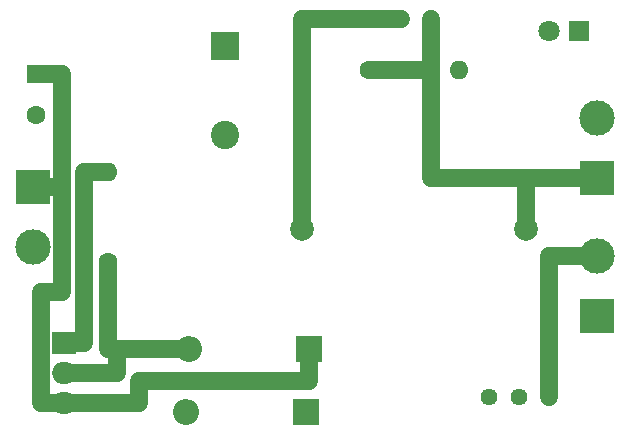
<source format=gbr>
%TF.GenerationSoftware,KiCad,Pcbnew,7.0.1*%
%TF.CreationDate,2023-10-09T09:12:30+02:00*%
%TF.ProjectId,ULN_PowerSupply_v2_0,554c4e5f-506f-4776-9572-537570706c79,rev?*%
%TF.SameCoordinates,Original*%
%TF.FileFunction,Copper,L2,Bot*%
%TF.FilePolarity,Positive*%
%FSLAX46Y46*%
G04 Gerber Fmt 4.6, Leading zero omitted, Abs format (unit mm)*
G04 Created by KiCad (PCBNEW 7.0.1) date 2023-10-09 09:12:30*
%MOMM*%
%LPD*%
G01*
G04 APERTURE LIST*
%TA.AperFunction,ComponentPad*%
%ADD10R,2.200000X2.200000*%
%TD*%
%TA.AperFunction,ComponentPad*%
%ADD11O,2.200000X2.200000*%
%TD*%
%TA.AperFunction,ComponentPad*%
%ADD12C,1.400000*%
%TD*%
%TA.AperFunction,ComponentPad*%
%ADD13R,3.000000X3.000000*%
%TD*%
%TA.AperFunction,ComponentPad*%
%ADD14C,3.000000*%
%TD*%
%TA.AperFunction,ComponentPad*%
%ADD15C,1.440000*%
%TD*%
%TA.AperFunction,ComponentPad*%
%ADD16R,2.400000X2.400000*%
%TD*%
%TA.AperFunction,ComponentPad*%
%ADD17C,2.400000*%
%TD*%
%TA.AperFunction,ComponentPad*%
%ADD18R,1.600000X1.600000*%
%TD*%
%TA.AperFunction,ComponentPad*%
%ADD19C,1.600000*%
%TD*%
%TA.AperFunction,ComponentPad*%
%ADD20R,2.000000X1.905000*%
%TD*%
%TA.AperFunction,ComponentPad*%
%ADD21O,2.000000X1.905000*%
%TD*%
%TA.AperFunction,ComponentPad*%
%ADD22C,2.000000*%
%TD*%
%TA.AperFunction,ComponentPad*%
%ADD23O,1.600000X1.600000*%
%TD*%
%TA.AperFunction,ComponentPad*%
%ADD24R,1.800000X1.800000*%
%TD*%
%TA.AperFunction,ComponentPad*%
%ADD25C,1.800000*%
%TD*%
%TA.AperFunction,Conductor*%
%ADD26C,1.500000*%
%TD*%
G04 APERTURE END LIST*
D10*
%TO.P,D2,1,K*%
%TO.N,Net-(D2-K)*%
X153670000Y-115062000D03*
D11*
%TO.P,D2,2,A*%
%TO.N,Net-(D2-A)*%
X143510000Y-115062000D03*
%TD*%
D12*
%TO.P,J5,1,Pin_1*%
%TO.N,Net-(J2-Pin_1)*%
X164064000Y-87122000D03*
%TO.P,J5,2,Pin_2*%
%TO.N,Net-(D2-A)*%
X161524000Y-87122000D03*
%TD*%
D13*
%TO.P,J3,1,Pin_1*%
%TO.N,Net-(J2-Pin_1)*%
X178054000Y-112268000D03*
D14*
%TO.P,J3,2,Pin_2*%
%TO.N,GND*%
X178054000Y-107188000D03*
%TD*%
D15*
%TO.P,Vout reg,1,1*%
%TO.N,Net-(D3-A)*%
X168900000Y-119126000D03*
%TO.P,Vout reg,2,2*%
X171440000Y-119126000D03*
%TO.P,Vout reg,3,3*%
%TO.N,GND*%
X173980000Y-119126000D03*
%TD*%
D16*
%TO.P,C2,1*%
%TO.N,Net-(J2-Pin_1)*%
X146558000Y-89451200D03*
D17*
%TO.P,C2,2*%
%TO.N,GND*%
X146558000Y-96951200D03*
%TD*%
D18*
%TO.P,C1,1*%
%TO.N,Net-(D2-K)*%
X130556000Y-91819300D03*
D19*
%TO.P,C1,2*%
%TO.N,GND*%
X130556000Y-95319300D03*
%TD*%
D20*
%TO.P,U1,1,ADJ*%
%TO.N,Net-(D3-A)*%
X132913000Y-114554000D03*
D21*
%TO.P,U1,2,VO*%
%TO.N,Net-(D2-A)*%
X132913000Y-117094000D03*
%TO.P,U1,3,VI*%
%TO.N,Net-(D2-K)*%
X132913000Y-119634000D03*
%TD*%
D22*
%TO.P,L1,1,1*%
%TO.N,Net-(D2-A)*%
X153060000Y-104902000D03*
%TO.P,L1,2,2*%
%TO.N,Net-(J2-Pin_1)*%
X172060000Y-104902000D03*
%TD*%
D19*
%TO.P,Rled1,1*%
%TO.N,Net-(J2-Pin_1)*%
X158750000Y-91440000D03*
D23*
%TO.P,Rled1,2*%
%TO.N,Net-(D1-A)*%
X166370000Y-91440000D03*
%TD*%
D13*
%TO.P,J1,1,Pin_1*%
%TO.N,Net-(D2-K)*%
X130302000Y-101346000D03*
D14*
%TO.P,J1,2,Pin_2*%
%TO.N,GND*%
X130302000Y-106426000D03*
%TD*%
D19*
%TO.P,R1,1*%
%TO.N,Net-(D2-A)*%
X136652000Y-107696000D03*
D23*
%TO.P,R1,2*%
%TO.N,Net-(D3-A)*%
X136652000Y-100076000D03*
%TD*%
D24*
%TO.P,D1,1,K*%
%TO.N,GND*%
X176535000Y-88138000D03*
D25*
%TO.P,D1,2,A*%
%TO.N,Net-(D1-A)*%
X173995000Y-88138000D03*
%TD*%
D10*
%TO.P,D3,1,K*%
%TO.N,Net-(D2-A)*%
X153416000Y-120396000D03*
D11*
%TO.P,D3,2,A*%
%TO.N,Net-(D3-A)*%
X143256000Y-120396000D03*
%TD*%
D13*
%TO.P,J2,1,Pin_1*%
%TO.N,Net-(J2-Pin_1)*%
X178054000Y-100584000D03*
D14*
%TO.P,J2,2,Pin_2*%
%TO.N,GND*%
X178054000Y-95504000D03*
%TD*%
D26*
%TO.N,Net-(D2-A)*%
X153060000Y-87122000D02*
X153060000Y-104902000D01*
X161524000Y-87122000D02*
X153060000Y-87122000D01*
X137459200Y-115062000D02*
X136652000Y-115062000D01*
X136652000Y-115062000D02*
X136652000Y-107696000D01*
X143510000Y-115062000D02*
X137459200Y-115062000D01*
X137459200Y-117094000D02*
X132913000Y-117094000D01*
X137459200Y-115062000D02*
X137459200Y-117094000D01*
%TO.N,GND*%
X173980000Y-107188000D02*
X178054000Y-107188000D01*
X173980000Y-119126000D02*
X173980000Y-107188000D01*
%TO.N,Net-(J2-Pin_1)*%
X158750000Y-91489800D02*
X164064000Y-91489800D01*
X158750000Y-91440000D02*
X158750000Y-91489800D01*
X164064000Y-91489800D02*
X164064000Y-87122000D01*
X172060000Y-100584000D02*
X164064000Y-100584000D01*
X172060000Y-104902000D02*
X172060000Y-100584000D01*
X164064000Y-100584000D02*
X164064000Y-91489800D01*
X178054000Y-100584000D02*
X172060000Y-100584000D01*
%TO.N,Net-(D2-K)*%
X132752400Y-101346000D02*
X132752400Y-110295100D01*
X132752400Y-101346000D02*
X130302000Y-101346000D01*
X132752400Y-110295100D02*
X130962600Y-110295100D01*
X132913000Y-119634000D02*
X139332000Y-119634000D01*
X139332000Y-119634000D02*
X139332000Y-117827800D01*
X130962600Y-119634000D02*
X132913000Y-119634000D01*
X132752400Y-91819300D02*
X132752400Y-101346000D01*
X130962600Y-110295100D02*
X130962600Y-119634000D01*
X153670000Y-117827800D02*
X153670000Y-115062000D01*
X139332000Y-117827800D02*
X153670000Y-117827800D01*
X130556000Y-91819300D02*
X132752400Y-91819300D01*
%TO.N,Net-(D3-A)*%
X132913000Y-114554000D02*
X134613300Y-114554000D01*
X134613300Y-114554000D02*
X134613300Y-100076000D01*
X134613300Y-100076000D02*
X136652000Y-100076000D01*
%TD*%
M02*

</source>
